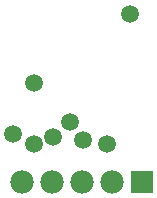
<source format=gbs>
G04 Layer_Color=16711935*
%FSLAX24Y24*%
%MOIN*%
G70*
G01*
G75*
%ADD22C,0.0780*%
%ADD23R,0.0780X0.0780*%
%ADD24C,0.0592*%
D22*
X1750Y600D02*
D03*
X2750D02*
D03*
X3750D02*
D03*
X750D02*
D03*
D23*
X4750D02*
D03*
D24*
X1150Y3900D02*
D03*
X2350Y2600D02*
D03*
X2800Y2000D02*
D03*
X1800Y2100D02*
D03*
X1150Y1850D02*
D03*
X450Y2200D02*
D03*
X4350Y6200D02*
D03*
X3600Y1850D02*
D03*
M02*

</source>
